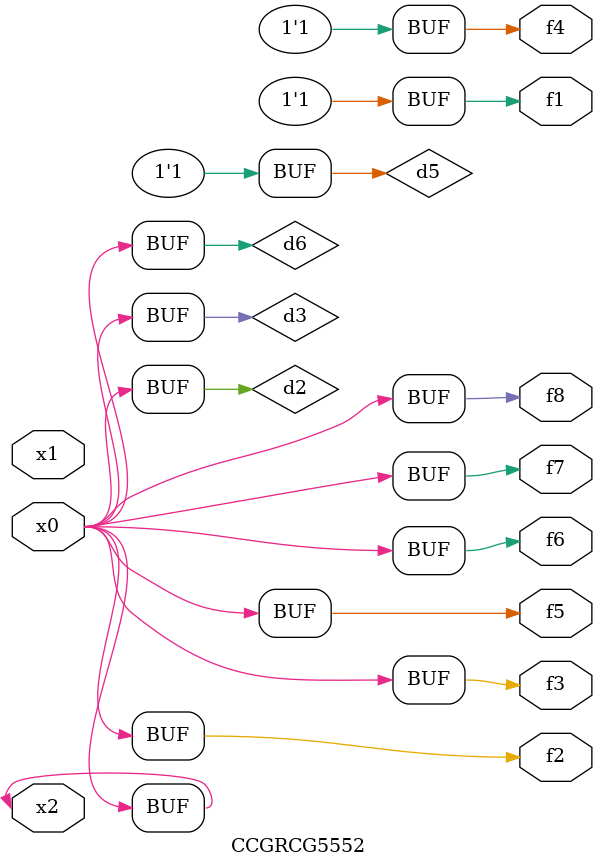
<source format=v>
module CCGRCG5552(
	input x0, x1, x2,
	output f1, f2, f3, f4, f5, f6, f7, f8
);

	wire d1, d2, d3, d4, d5, d6;

	xnor (d1, x2);
	buf (d2, x0, x2);
	and (d3, x0);
	xnor (d4, x1, x2);
	nand (d5, d1, d3);
	buf (d6, d2, d3);
	assign f1 = d5;
	assign f2 = d6;
	assign f3 = d6;
	assign f4 = d5;
	assign f5 = d6;
	assign f6 = d6;
	assign f7 = d6;
	assign f8 = d6;
endmodule

</source>
